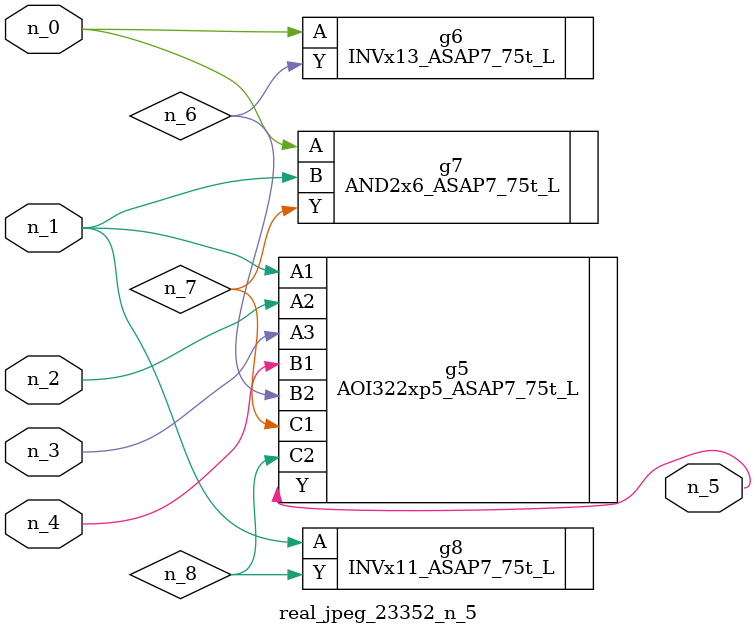
<source format=v>
module real_jpeg_23352_n_5 (n_4, n_0, n_1, n_2, n_3, n_5);

input n_4;
input n_0;
input n_1;
input n_2;
input n_3;

output n_5;

wire n_8;
wire n_6;
wire n_7;

INVx13_ASAP7_75t_L g6 ( 
.A(n_0),
.Y(n_6)
);

AND2x6_ASAP7_75t_L g7 ( 
.A(n_0),
.B(n_1),
.Y(n_7)
);

AOI322xp5_ASAP7_75t_L g5 ( 
.A1(n_1),
.A2(n_2),
.A3(n_3),
.B1(n_4),
.B2(n_6),
.C1(n_7),
.C2(n_8),
.Y(n_5)
);

INVx11_ASAP7_75t_L g8 ( 
.A(n_1),
.Y(n_8)
);


endmodule
</source>
